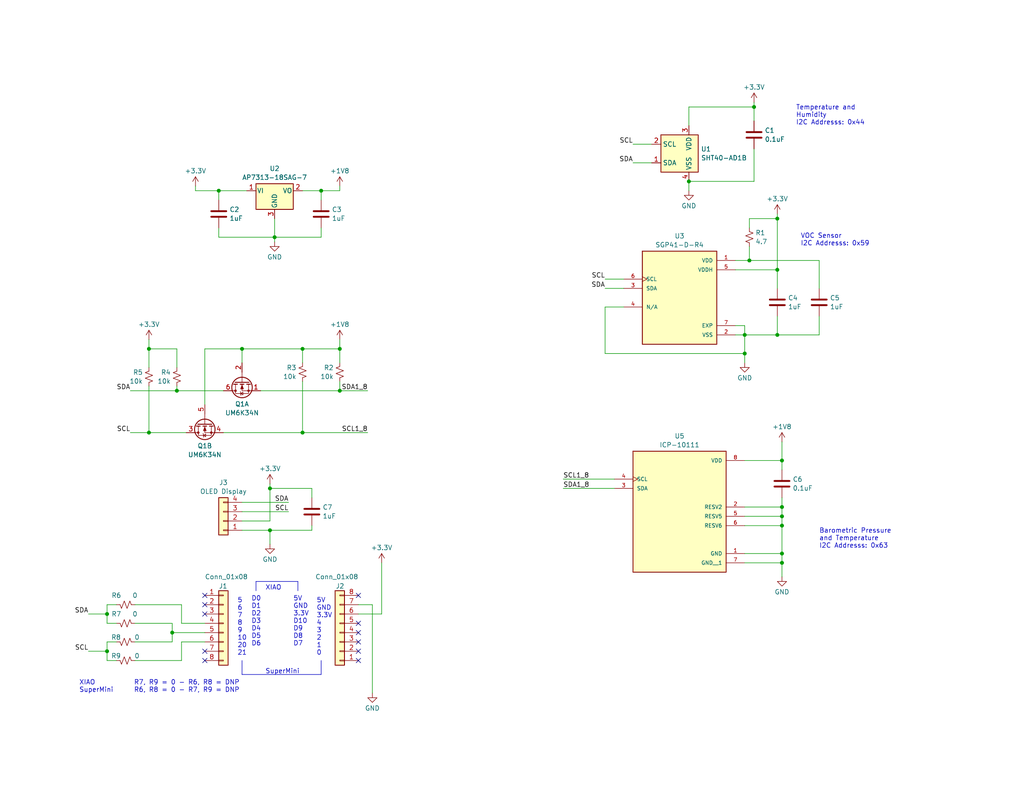
<source format=kicad_sch>
(kicad_sch (version 20230121) (generator eeschema)
  (paper "A")
  (title_block (title "SGP41 OLED Shield for ESP32-C3 SuperMini") (date "2024-11-23") (rev "V1.0") (company "RJ Hegler Technologies, LLC") (comment 1 "9192 Albion Road") (comment 2 "North Royalton, Ohio 44133") (comment 3 "440-478-1586") (comment 4 "PN 112124"))
  (lib_symbols
    (symbol "Connector_Generic:Conn_01x04" (pin_names (offset 1.016) hide)
      (property "Reference" "J" (at 0 5.08 0))
      (property "Value" "Conn_01x04" (at 0 -7.62 0))
      (symbol "Conn_01x04_1_1"
        (rectangle (start -1.27 -4.953) (end 0 -5.207) (stroke (width 0.1524)))
        (rectangle (start -1.27 -2.413) (end 0 -2.667) (stroke (width 0.1524)))
        (rectangle (start -1.27 0.127) (end 0 -0.127) (stroke (width 0.1524)))
        (rectangle (start -1.27 2.667) (end 0 2.413) (stroke (width 0.1524)))
        (rectangle (start -1.27 3.81) (end 1.27 -6.35) (stroke (width 0.254)) (fill (type background)))
        (pin passive line (at -5.08 2.54 0) (length 3.81) (name "Pin_1") (number "1"))
        (pin passive line (at -5.08 0 0) (length 3.81) (name "Pin_2") (number "2"))
        (pin passive line (at -5.08 -2.54 0) (length 3.81) (name "Pin_3") (number "3"))
        (pin passive line (at -5.08 -5.08 0) (length 3.81) (name "Pin_4") (number "4"))
      )
    )
    (symbol "Connector_Generic:Conn_01x08" (pin_names (offset 1.016) hide)
      (property "Reference" "J" (at 0 10.16 0))
      (property "Value" "Conn_01x08" (at 0 -12.7 0))
      (symbol "Conn_01x08_1_1"
        (rectangle (start -1.27 -10.033) (end 0 -10.287) (stroke (width 0.1524)))
        (rectangle (start -1.27 -7.493) (end 0 -7.747) (stroke (width 0.1524)))
        (rectangle (start -1.27 -4.953) (end 0 -5.207) (stroke (width 0.1524)))
        (rectangle (start -1.27 -2.413) (end 0 -2.667) (stroke (width 0.1524)))
        (rectangle (start -1.27 0.127) (end 0 -0.127) (stroke (width 0.1524)))
        (rectangle (start -1.27 2.667) (end 0 2.413) (stroke (width 0.1524)))
        (rectangle (start -1.27 5.207) (end 0 4.953) (stroke (width 0.1524)))
        (rectangle (start -1.27 7.747) (end 0 7.493) (stroke (width 0.1524)))
        (rectangle (start -1.27 8.89) (end 1.27 -11.43) (stroke (width 0.254)) (fill (type background)))
        (pin passive line (at -5.08 7.62 0) (length 3.81) (name "Pin_1") (number "1"))
        (pin passive line (at -5.08 5.08 0) (length 3.81) (name "Pin_2") (number "2"))
        (pin passive line (at -5.08 2.54 0) (length 3.81) (name "Pin_3") (number "3"))
        (pin passive line (at -5.08 0 0) (length 3.81) (name "Pin_4") (number "4"))
        (pin passive line (at -5.08 -2.54 0) (length 3.81) (name "Pin_5") (number "5"))
        (pin passive line (at -5.08 -5.08 0) (length 3.81) (name "Pin_6") (number "6"))
        (pin passive line (at -5.08 -7.62 0) (length 3.81) (name "Pin_7") (number "7"))
        (pin passive line (at -5.08 -10.16 0) (length 3.81) (name "Pin_8") (number "8"))
      )
    )
    (symbol "Device:C" (pin_numbers hide) (pin_names (offset 0.254))
      (property "Reference" "C" (at 0.635 2.54 0))
      (property "Value" "C" (at 0.635 -2.54 0))
      (symbol "C_0_1"
        (polyline (pts (xy -2.032 -0.762) (xy 2.032 -0.762)) (stroke (width 0.508)))
        (polyline (pts (xy -2.032 0.762) (xy 2.032 0.762)) (stroke (width 0.508)))
      )
      (symbol "C_1_1"
        (pin passive line (at 0 3.81 270) (length 2.794) (name "~") (number "1"))
        (pin passive line (at 0 -3.81 90) (length 2.794) (name "~") (number "2"))
      )
    )
    (symbol "Device:Q_Dual_NMOS_G1S2G2D2S1D1" (pin_names (offset 0) hide)
      (property "Reference" "Q1" (at 5.207 1.2121 0))
      (property "Value" "UM6K34N" (at 5.207 -1.2121 0))
      (symbol "Q_Dual_NMOS_G1S2G2D2S1D1_0_1"
        (polyline (pts (xy 0.254 0) (xy -2.54 0)))
        (polyline (pts (xy 0.254 1.905) (xy 0.254 -1.905)) (stroke (width 0.254)))
        (polyline (pts (xy 0.762 -1.27) (xy 0.762 -2.286)) (stroke (width 0.254)))
        (polyline (pts (xy 0.762 0.508) (xy 0.762 -0.508)) (stroke (width 0.254)))
        (polyline (pts (xy 0.762 2.286) (xy 0.762 1.27)) (stroke (width 0.254)))
        (polyline (pts (xy 2.54 2.54) (xy 2.54 1.778)))
        (polyline (pts (xy 2.54 -2.54) (xy 2.54 0) (xy 0.762 0)))
        (polyline (pts (xy 0.762 -1.778) (xy 3.302 -1.778) (xy 3.302 1.778) (xy 0.762 1.778)))
        (polyline (pts (xy 1.016 0) (xy 2.032 0.381) (xy 2.032 -0.381) (xy 1.016 0)) (fill (type outline)))
        (polyline (pts (xy 2.794 0.508) (xy 2.921 0.381) (xy 3.683 0.381) (xy 3.81 0.254)))
        (polyline (pts (xy 3.302 0.381) (xy 2.921 -0.254) (xy 3.683 -0.254) (xy 3.302 0.381)))
        (circle (center 1.651 0) (radius 2.794) (stroke (width 0.254)))
        (circle (center 2.54 -1.778) (radius 0.254) (fill (type outline)))
        (circle (center 2.54 1.778) (radius 0.254) (fill (type outline)))
      )
      (symbol "Q_Dual_NMOS_G1S2G2D2S1D1_1_1"
        (pin passive line (at 2.54 -5.08 90) (length 2.54) (name "S") (number "1"))
        (pin input line (at -5.08 0 0) (length 2.54) (name "G") (number "2"))
        (pin passive line (at 2.54 5.08 270) (length 2.54) (name "D") (number "6"))
      )
      (symbol "Q_Dual_NMOS_G1S2G2D2S1D1_2_1"
        (pin passive line (at 2.54 5.08 270) (length 2.54) (name "D") (number "3"))
        (pin passive line (at 2.54 -5.08 90) (length 2.54) (name "S") (number "4"))
        (pin input line (at -5.08 0 0) (length 2.54) (name "G") (number "5"))
      )
    )
    (symbol "Device:R_Small_US" (pin_numbers hide) (pin_names (offset 0.254) hide)
      (property "Reference" "R" (at 0.762 0.508 0))
      (property "Value" "R_Small_US" (at 0.762 -1.016 0))
      (symbol "R_Small_US_1_1"
        (polyline (pts (xy 0 0) (xy 1.016 -0.381) (xy 0 -0.762) (xy -1.016 -1.143) (xy 0 -1.524)))
        (polyline (pts (xy 0 1.524) (xy 1.016 1.143) (xy 0 0.762) (xy -1.016 0.381) (xy 0 0)))
        (pin passive line (at 0 2.54 270) (length 1.016) (name "~") (number "1"))
        (pin passive line (at 0 -2.54 90) (length 1.016) (name "~") (number "2"))
      )
    )
    (symbol "ICP-10111[1]:ICP-10111" (pin_names (offset 1.016))
      (property "Reference" "U" (at -12.7245 15.9056 0))
      (property "Value" "ICP-10111" (at -12.7275 -20.3586 0))
      (symbol "ICP-10111_0_0"
        (rectangle (start -12.7 -17.78) (end 12.7 15.24) (stroke (width 0.254)) (fill (type background)))
        (pin power_in line (at 17.78 -12.7 180) (length 5.08) (name "GND") (number "1"))
        (pin passive line (at 17.78 0 180) (length 5.08) (name "RESV2") (number "2"))
        (pin bidirectional line (at -17.78 5.08 0) (length 5.08) (name "SDA") (number "3"))
        (pin input clock (at -17.78 7.62 0) (length 5.08) (name "SCL") (number "4"))
        (pin passive line (at 17.78 -2.54 180) (length 5.08) (name "RESV5") (number "5"))
        (pin passive line (at 17.78 -5.08 180) (length 5.08) (name "RESV6") (number "6"))
        (pin power_in line (at 17.78 -15.24 180) (length 5.08) (name "GND__1") (number "7"))
        (pin power_in line (at 17.78 12.7 180) (length 5.08) (name "VDD") (number "8"))
      )
    )
    (symbol "Q_Dual_NMOS_G1S2G2D2S1D1_1" (pin_names (offset 0) hide)
      (property "Reference" "Q1" (at 5.207 1.2121 0))
      (property "Value" "UM6K34N" (at 5.207 -1.2121 0))
      (symbol "Q_Dual_NMOS_G1S2G2D2S1D1_1_0_1"
        (polyline (pts (xy 0.254 0) (xy -2.54 0)))
        (polyline (pts (xy 0.254 1.905) (xy 0.254 -1.905)) (stroke (width 0.254)))
        (polyline (pts (xy 0.762 -1.27) (xy 0.762 -2.286)) (stroke (width 0.254)))
        (polyline (pts (xy 0.762 0.508) (xy 0.762 -0.508)) (stroke (width 0.254)))
        (polyline (pts (xy 0.762 2.286) (xy 0.762 1.27)) (stroke (width 0.254)))
        (polyline (pts (xy 2.54 2.54) (xy 2.54 1.778)))
        (polyline (pts (xy 2.54 -2.54) (xy 2.54 0) (xy 0.762 0)))
        (polyline (pts (xy 0.762 -1.778) (xy 3.302 -1.778) (xy 3.302 1.778) (xy 0.762 1.778)))
        (polyline (pts (xy 1.016 0) (xy 2.032 0.381) (xy 2.032 -0.381) (xy 1.016 0)) (fill (type outline)))
        (polyline (pts (xy 2.794 0.508) (xy 2.921 0.381) (xy 3.683 0.381) (xy 3.81 0.254)))
        (polyline (pts (xy 3.302 0.381) (xy 2.921 -0.254) (xy 3.683 -0.254) (xy 3.302 0.381)))
        (circle (center 1.651 0) (radius 2.794) (stroke (width 0.254)))
        (circle (center 2.54 -1.778) (radius 0.254) (fill (type outline)))
        (circle (center 2.54 1.778) (radius 0.254) (fill (type outline)))
      )
      (symbol "Q_Dual_NMOS_G1S2G2D2S1D1_1_1_1"
        (pin passive line (at 2.54 -5.08 90) (length 2.54) (name "S") (number "1"))
        (pin input line (at -5.08 0 0) (length 2.54) (name "G") (number "2"))
        (pin passive line (at 2.54 5.08 270) (length 2.54) (name "D") (number "6"))
      )
      (symbol "Q_Dual_NMOS_G1S2G2D2S1D1_1_2_1"
        (pin passive line (at 2.54 5.08 270) (length 2.54) (name "D") (number "3"))
        (pin passive line (at 2.54 -5.08 90) (length 2.54) (name "S") (number "4"))
        (pin input line (at -5.08 0 0) (length 2.54) (name "G") (number "5"))
      )
    )
    (symbol "RJH_Library:SGP40-D-R4" (pin_names (offset 1.016))
      (property "Reference" "U" (at -10.16 13.462 0))
      (property "Value" "SGP40-D-R4" (at -10.16 -15.24 0))
      (symbol "SGP40-D-R4_0_0"
        (rectangle (start -10.16 -12.7) (end 10.16 12.7) (stroke (width 0.254)) (fill (type background)))
        (pin power_in line (at 15.24 10.16 180) (length 5.08) (name "VDD") (number "1"))
        (pin power_in line (at 15.24 -10.16 180) (length 5.08) (name "VSS") (number "2"))
        (pin bidirectional line (at -15.24 2.54 0) (length 5.08) (name "SDA") (number "3"))
        (pin passive line (at -15.24 -2.54 0) (length 5.08) (name "N/A") (number "4"))
        (pin power_in line (at 15.24 7.62 180) (length 5.08) (name "VDDH") (number "5"))
        (pin bidirectional clock (at -15.24 5.08 0) (length 5.08) (name "SCL") (number "6"))
        (pin power_in line (at 15.24 -7.62 180) (length 5.08) (name "EXP") (number "7"))
      )
    )
    (symbol "Regulator_Linear:APE8865NR-28-HF-3" (pin_names (offset 0.254))
      (property "Reference" "U" (at -3.81 3.175 0))
      (property "Value" "APE8865NR-28-HF-3" (at 0 3.175 0))
      (symbol "APE8865NR-28-HF-3_0_1"
        (rectangle (start -5.08 1.905) (end 5.08 -5.08) (stroke (width 0.254)) (fill (type background)))
      )
      (symbol "APE8865NR-28-HF-3_1_1"
        (pin power_in line (at -7.62 0 0) (length 2.54) (name "VI") (number "1"))
        (pin power_out line (at 7.62 0 180) (length 2.54) (name "VO") (number "2"))
        (pin power_in line (at 0 -7.62 90) (length 2.54) (name "GND") (number "3"))
      )
    )
    (symbol "Sensor_Humidity:SHT4x"
      (property "Reference" "U" (at 0 8.89 0))
      (property "Value" "SHT4x" (at 0 6.35 0))
      (symbol "SHT4x_1_1"
        (rectangle (start -5.08 5.08) (end 5.08 -5.08) (stroke (width 0.254)) (fill (type background)))
        (pin bidirectional line (at -7.62 -2.54 0) (length 2.54) (name "SDA") (number "1"))
        (pin input line (at -7.62 2.54 0) (length 2.54) (name "SCL") (number "2"))
        (pin power_in line (at 2.54 7.62 270) (length 2.54) (name "VDD") (number "3"))
        (pin power_in line (at 2.54 -7.62 90) (length 2.54) (name "VSS") (number "4"))
      )
    )
    (symbol "power:+1V8" (power) (pin_names (offset 0))
      (property "Value" "+1V8" (at 0 3.556 0))
      (symbol "+1V8_0_1"
        (polyline (pts (xy -0.762 1.27) (xy 0 2.54)))
        (polyline (pts (xy 0 0) (xy 0 2.54)))
        (polyline (pts (xy 0 2.54) (xy 0.762 1.27)))
      )
      (symbol "+1V8_1_1"
        (pin power_in line (at 0 0 90) (length 0) hide (name "+1V8") (number "1"))
      )
    )
    (symbol "power:+3.3V" (power) (pin_names (offset 0))
      (property "Value" "+3.3V" (at 0 3.556 0))
      (symbol "+3.3V_0_1"
        (polyline (pts (xy -0.762 1.27) (xy 0 2.54)))
        (polyline (pts (xy 0 0) (xy 0 2.54)))
        (polyline (pts (xy 0 2.54) (xy 0.762 1.27)))
      )
      (symbol "+3.3V_1_1"
        (pin power_in line (at 0 0 90) (length 0) hide (name "+3.3V") (number "1"))
      )
    )
    (symbol "power:GND" (power) (pin_names (offset 0))
      (property "Value" "GND" (at 0 -3.81 0))
      (symbol "GND_0_1"
        (polyline (pts (xy 0 0) (xy 0 -1.27) (xy 1.27 -1.27) (xy 0 -2.54) (xy -1.27 -1.27) (xy 0 -1.27)))
      )
      (symbol "GND_1_1"
        (pin power_in line (at 0 0 270) (length 0) hide (name "GND") (number "1"))
      )
    )
  )
  (junction (at 82.55 118.11))
  (junction (at 73.66 133.35))
  (junction (at 212.09 73.66))
  (junction (at 46.99 172.72))
  (junction (at 203.2 96.52))
  (junction (at 204.47 71.12))
  (junction (at 205.74 29.21))
  (junction (at 203.2 91.44))
  (junction (at 66.04 95.25))
  (junction (at 92.71 95.25))
  (junction (at 82.55 95.25))
  (junction (at 74.93 64.77))
  (junction (at 40.64 95.25))
  (junction (at 48.26 106.68))
  (junction (at 87.63 52.07))
  (junction (at 213.36 151.13))
  (junction (at 59.69 52.07))
  (junction (at 187.96 49.53))
  (junction (at 212.09 91.44))
  (junction (at 213.36 140.97))
  (junction (at 213.36 143.51))
  (junction (at 212.09 59.69))
  (junction (at 213.36 153.67))
  (junction (at 29.21 167.64))
  (junction (at 213.36 138.43))
  (junction (at 29.21 177.8))
  (junction (at 213.36 125.73))
  (junction (at 73.66 144.78))
  (junction (at 40.64 118.11))
  (junction (at 92.71 106.68))
  (no_connect (at 55.88 162.56))
  (no_connect (at 97.79 177.8))
  (no_connect (at 55.88 165.1))
  (no_connect (at 97.79 180.34))
  (no_connect (at 97.79 162.56))
  (no_connect (at 97.79 170.18))
  (no_connect (at 55.88 167.64))
  (no_connect (at 55.88 180.34))
  (no_connect (at 55.88 177.8))
  (no_connect (at 97.79 175.26))
  (no_connect (at 97.79 172.72))
  (wire (pts (xy 187.96 29.21) (xy 205.74 29.21)))
  (wire (pts (xy 48.26 100.33) (xy 48.26 95.25)))
  (wire (pts (xy 177.8 39.37) (xy 172.72 39.37)))
  (wire (pts (xy 203.2 138.43) (xy 213.36 138.43)))
  (wire (pts (xy 40.64 95.25) (xy 40.64 92.71)))
  (wire (pts (xy 66.04 144.78) (xy 73.66 144.78)))
  (wire (pts (xy 66.04 142.24) (xy 73.66 142.24)))
  (polyline (pts (xy 69.85 158.75) (xy 81.28 158.75)))
  (wire (pts (xy 200.66 88.9) (xy 203.2 88.9)))
  (wire (pts (xy 203.2 151.13) (xy 213.36 151.13)))
  (wire (pts (xy 170.18 78.74) (xy 165.1 78.74)))
  (wire (pts (xy 170.18 83.82) (xy 165.1 83.82)))
  (wire (pts (xy 213.36 135.89) (xy 213.36 138.43)))
  (wire (pts (xy 203.2 153.67) (xy 213.36 153.67)))
  (wire (pts (xy 187.96 34.29) (xy 187.96 29.21)))
  (wire (pts (xy 204.47 59.69) (xy 212.09 59.69)))
  (wire (pts (xy 213.36 138.43) (xy 213.36 140.97)))
  (wire (pts (xy 203.2 91.44) (xy 212.09 91.44)))
  (wire (pts (xy 97.79 165.1) (xy 101.6 165.1)))
  (polyline (pts (xy 69.85 161.29) (xy 69.85 158.75)))
  (wire (pts (xy 92.71 95.25) (xy 92.71 99.06)))
  (wire (pts (xy 29.21 165.1) (xy 29.21 167.64)))
  (wire (pts (xy 92.71 52.07) (xy 87.63 52.07)))
  (polyline (pts (xy 81.28 158.75) (xy 81.28 161.29)))
  (wire (pts (xy 31.75 175.26) (xy 29.21 175.26)))
  (wire (pts (xy 177.8 44.45) (xy 172.72 44.45)))
  (wire (pts (xy 223.52 71.12) (xy 223.52 78.74)))
  (wire (pts (xy 59.69 64.77) (xy 74.93 64.77)))
  (wire (pts (xy 92.71 104.14) (xy 92.71 106.68)))
  (wire (pts (xy 29.21 175.26) (xy 29.21 177.8)))
  (wire (pts (xy 31.75 170.18) (xy 29.21 170.18)))
  (wire (pts (xy 100.33 118.11) (xy 82.55 118.11)))
  (wire (pts (xy 213.36 153.67) (xy 213.36 157.48)))
  (wire (pts (xy 82.55 118.11) (xy 60.96 118.11)))
  (wire (pts (xy 170.18 76.2) (xy 165.1 76.2)))
  (wire (pts (xy 49.53 170.18) (xy 49.53 165.1)))
  (wire (pts (xy 74.93 64.77) (xy 74.93 66.04)))
  (wire (pts (xy 204.47 71.12) (xy 204.47 67.31)))
  (wire (pts (xy 36.83 180.34) (xy 49.53 180.34)))
  (wire (pts (xy 40.64 118.11) (xy 40.64 105.41)))
  (wire (pts (xy 59.69 52.07) (xy 53.34 52.07)))
  (wire (pts (xy 59.69 62.23) (xy 59.69 64.77)))
  (wire (pts (xy 49.53 180.34) (xy 49.53 175.26)))
  (wire (pts (xy 31.75 180.34) (xy 29.21 180.34)))
  (wire (pts (xy 59.69 52.07) (xy 59.69 54.61)))
  (wire (pts (xy 165.1 83.82) (xy 165.1 96.52)))
  (wire (pts (xy 82.55 104.14) (xy 82.55 118.11)))
  (wire (pts (xy 36.83 175.26) (xy 46.99 175.26)))
  (wire (pts (xy 104.14 153.67) (xy 104.14 167.64)))
  (wire (pts (xy 200.66 71.12) (xy 204.47 71.12)))
  (wire (pts (xy 66.04 99.06) (xy 66.04 95.25)))
  (wire (pts (xy 203.2 140.97) (xy 213.36 140.97)))
  (wire (pts (xy 100.33 106.68) (xy 92.71 106.68)))
  (wire (pts (xy 82.55 95.25) (xy 82.55 99.06)))
  (wire (pts (xy 82.55 52.07) (xy 87.63 52.07)))
  (wire (pts (xy 40.64 95.25) (xy 40.64 100.33)))
  (wire (pts (xy 187.96 49.53) (xy 205.74 49.53)))
  (wire (pts (xy 165.1 96.52) (xy 203.2 96.52)))
  (wire (pts (xy 204.47 71.12) (xy 223.52 71.12)))
  (wire (pts (xy 66.04 139.7) (xy 78.74 139.7)))
  (wire (pts (xy 200.66 91.44) (xy 203.2 91.44)))
  (wire (pts (xy 66.04 137.16) (xy 78.74 137.16)))
  (wire (pts (xy 187.96 49.53) (xy 187.96 52.07)))
  (wire (pts (xy 213.36 120.65) (xy 213.36 125.73)))
  (wire (pts (xy 49.53 175.26) (xy 55.88 175.26)))
  (wire (pts (xy 212.09 58.42) (xy 212.09 59.69)))
  (wire (pts (xy 55.88 170.18) (xy 49.53 170.18)))
  (wire (pts (xy 212.09 91.44) (xy 223.52 91.44)))
  (wire (pts (xy 223.52 91.44) (xy 223.52 86.36)))
  (wire (pts (xy 200.66 73.66) (xy 212.09 73.66)))
  (wire (pts (xy 74.93 64.77) (xy 87.63 64.77)))
  (wire (pts (xy 85.09 144.78) (xy 85.09 143.51)))
  (wire (pts (xy 73.66 133.35) (xy 85.09 133.35)))
  (wire (pts (xy 92.71 50.8) (xy 92.71 52.07)))
  (wire (pts (xy 49.53 165.1) (xy 36.83 165.1)))
  (polyline (pts (xy 66.04 180.34) (xy 66.04 184.15)))
  (wire (pts (xy 40.64 118.11) (xy 35.56 118.11)))
  (wire (pts (xy 213.36 143.51) (xy 213.36 151.13)))
  (wire (pts (xy 203.2 88.9) (xy 203.2 91.44)))
  (wire (pts (xy 87.63 52.07) (xy 87.63 54.61)))
  (wire (pts (xy 212.09 91.44) (xy 212.09 86.36)))
  (wire (pts (xy 66.04 95.25) (xy 55.88 95.25)))
  (wire (pts (xy 82.55 95.25) (xy 66.04 95.25)))
  (wire (pts (xy 205.74 29.21) (xy 205.74 33.02)))
  (wire (pts (xy 203.2 96.52) (xy 203.2 99.06)))
  (wire (pts (xy 213.36 151.13) (xy 213.36 153.67)))
  (wire (pts (xy 204.47 62.23) (xy 204.47 59.69)))
  (wire (pts (xy 46.99 172.72) (xy 55.88 172.72)))
  (wire (pts (xy 85.09 144.78) (xy 73.66 144.78)))
  (wire (pts (xy 153.67 130.81) (xy 167.64 130.81)))
  (polyline (pts (xy 66.04 184.15) (xy 87.63 184.15)))
  (wire (pts (xy 48.26 106.68) (xy 35.56 106.68)))
  (wire (pts (xy 205.74 49.53) (xy 205.74 40.64)))
  (wire (pts (xy 50.8 118.11) (xy 40.64 118.11)))
  (wire (pts (xy 213.36 125.73) (xy 213.36 128.27)))
  (wire (pts (xy 92.71 92.71) (xy 92.71 95.25)))
  (wire (pts (xy 153.67 133.35) (xy 167.64 133.35)))
  (wire (pts (xy 73.66 133.35) (xy 73.66 132.08)))
  (wire (pts (xy 73.66 142.24) (xy 73.66 133.35)))
  (wire (pts (xy 29.21 177.8) (xy 24.13 177.8)))
  (wire (pts (xy 67.31 52.07) (xy 59.69 52.07)))
  (wire (pts (xy 55.88 95.25) (xy 55.88 110.49)))
  (polyline (pts (xy 87.63 180.34) (xy 87.63 184.15)))
  (wire (pts (xy 48.26 106.68) (xy 48.26 105.41)))
  (wire (pts (xy 212.09 59.69) (xy 212.09 73.66)))
  (wire (pts (xy 31.75 165.1) (xy 29.21 165.1)))
  (wire (pts (xy 74.93 59.69) (xy 74.93 64.77)))
  (wire (pts (xy 29.21 167.64) (xy 24.13 167.64)))
  (wire (pts (xy 92.71 95.25) (xy 82.55 95.25)))
  (wire (pts (xy 29.21 170.18) (xy 29.21 167.64)))
  (wire (pts (xy 46.99 175.26) (xy 46.99 172.72)))
  (wire (pts (xy 203.2 125.73) (xy 213.36 125.73)))
  (wire (pts (xy 53.34 52.07) (xy 53.34 50.8)))
  (wire (pts (xy 92.71 106.68) (xy 71.12 106.68)))
  (wire (pts (xy 36.83 170.18) (xy 46.99 170.18)))
  (wire (pts (xy 85.09 135.89) (xy 85.09 133.35)))
  (wire (pts (xy 101.6 165.1) (xy 101.6 189.23)))
  (wire (pts (xy 212.09 73.66) (xy 212.09 78.74)))
  (wire (pts (xy 29.21 180.34) (xy 29.21 177.8)))
  (wire (pts (xy 48.26 95.25) (xy 40.64 95.25)))
  (wire (pts (xy 73.66 144.78) (xy 73.66 148.59)))
  (wire (pts (xy 97.79 167.64) (xy 104.14 167.64)))
  (wire (pts (xy 46.99 170.18) (xy 46.99 172.72)))
  (wire (pts (xy 203.2 143.51) (xy 213.36 143.51)))
  (wire (pts (xy 60.96 106.68) (xy 48.26 106.68)))
  (wire (pts (xy 87.63 62.23) (xy 87.63 64.77)))
  (wire (pts (xy 205.74 27.94) (xy 205.74 29.21)))
  (wire (pts (xy 203.2 96.52) (xy 203.2 91.44)))
  (wire (pts (xy 213.36 140.97) (xy 213.36 143.51)))
  (text "XIAO		R7, R9 = 0 - R6, R8 = DNP\nSuperMini	R6, R8 = 0 - R7, R9 = DNP" (at 21.59 189.23 0) (effects (font (size 1.27 1.27)) (justify left bottom)))
  (text "5V\nGND\n3.3V\nD10\nD9\nD8\nD7\n" (at 80.01 176.53 0) (effects (font (size 1.27 1.27)) (justify left bottom)))
  (text "D0\nD1\nD2\nD3\nD4\nD5\nD6" (at 68.58 176.53 0) (effects (font (size 1.27 1.27)) (justify left bottom)))
  (text "XIAO" (at 72.39 161.29 0) (effects (font (size 1.27 1.27)) (justify left bottom)))
  (text "Barometric Pressure \nand Temperature\nI2C Addresss: 0x63" (at 223.52 149.86 0) (effects (font (size 1.27 1.27)) (justify left bottom)))
  (text "SuperMini" (at 72.39 184.15 0) (effects (font (size 1.27 1.27)) (justify left bottom)))
  (text "5V\nGND\n3.3V\n4\n3\n2\n1\n0" (at 86.36 179.07 0) (effects (font (size 1.27 1.27)) (justify left bottom)))
  (text "5\n6\n7\n8\n9\n10\n20\n21" (at 64.77 179.07 0) (effects (font (size 1.27 1.27)) (justify left bottom)))
  (text "VOC Sensor\nI2C Addresss: 0x59" (at 218.44 67.31 0) (effects (font (size 1.27 1.27)) (justify left bottom)))
  (text "Temperature and \nHumidity\nI2C Addresss: 0x44" (at 217.17 34.29 0) (effects (font (size 1.27 1.27)) (justify left bottom)))
  (label "SDA1_8" (at 153.67 133.35 0))
  (label "SCL" (at 165.1 76.2 180))
  (label "SDA" (at 78.74 137.16 180))
  (label "SCL" (at 35.56 118.11 180))
  (label "SDA" (at 172.72 44.45 180))
  (label "SCL" (at 172.72 39.37 180))
  (label "SDA1_8" (at 100.33 106.68 180))
  (label "SCL1_8" (at 100.33 118.11 180))
  (label "SCL1_8" (at 153.67 130.81 0))
  (label "SDA" (at 24.13 167.64 180))
  (label "SDA" (at 165.1 78.74 180))
  (label "SCL" (at 24.13 177.8 180))
  (label "SCL" (at 78.74 139.7 180))
  (label "SDA" (at 35.56 106.68 180))
  (symbol (lib_id "power:+3.3V") (at 53.34 50.8 0) (unit 1)
    (property "Reference" "#PWR02" (effects hide))
    (property "Value" "+3.3V" (at 53.34 46.6669 0))
  )
  (symbol (lib_id "Device:Q_Dual_NMOS_G1S2G2D2S1D1") (at 66.04 104.14 90) (mirror x) (unit 1)
    (property "Reference" "Q1" (at 66.04 110.3051 90))
    (property "Value" "UM6K34N" (at 66.04 112.7293 90))
    (property "Footprint" "Package_TO_SOT_SMD:SOT-363_SC-70-6" (effects hide))
    (property "Datasheet" "https://fscdn.rohm.com/en/products/databook/datasheet/discrete/transistor/mosfet/um6k34ntcn-e.pdf" (effects hide))
    (property "Manufacturer_Name" "Rohm" (effects hide))
    (property "Manufacturer_Part_Number" "UM6K34N" (effects hide))
    (property "JLC Pricing" "0.0924" (effects hide))
    (property "Comment" "UM6K34N" (effects hide))
    (property "Designator" "    Q1" (effects hide))
    (property "LCSC Part Number" "C510056" (effects hide))
  )
  (symbol (lib_id "Device:R_Small_US") (at 40.64 102.87 0) (mirror y) (unit 1)
    (property "Reference" "R5" (at 38.989 101.6579 0) (effects (justify left)))
    (property "Value" "10k" (at 38.989 104.0821 0) (effects (justify left)))
    (property "Footprint" "Resistor_SMD:R_0603_1608Metric" (effects hide))
    (property "Manufacturer_Name" "Vishay Intertech" (effects hide))
    (property "Manufacturer_Part_Number" "MCT06030C1002FP500" (effects hide))
    (property "JLC Pricing" "0.0157" (effects hide))
    (property "Comment" "10k" (effects hide))
    (property "Designator" ">  R2-R5" (effects hide))
    (property "LCSC Part Number" "C161803" (effects hide))
  )
  (symbol (lib_id "power:GND") (at 203.2 99.06 0) (unit 1)
    (property "Reference" "#PWR09" (effects hide))
    (property "Value" "GND" (at 203.2 103.1931 0))
  )
  (symbol (lib_id "Device:C") (at 59.69 58.42 0) (unit 1)
    (property "Reference" "C2" (at 62.611 57.2079 0) (effects (justify left)))
    (property "Value" "1uF" (at 62.611 59.6321 0) (effects (justify left)))
    (property "Footprint" "Capacitor_SMD:C_0603_1608Metric" (effects hide))
    (property "JLC Pricing" "0.0143" (effects hide))
    (property "Manufacturer_Name" "TDK" (effects hide))
    (property "Manufacturer_Part_Number" "C1608X5R1A105KT000E" (effects hide))
    (property "Comment" "1uF" (effects hide))
    (property "Designator" ">  C2-C5" (effects hide))
    (property "LCSC Part Number" "C695137" (effects hide))
  )
  (symbol (lib_id "power:+1V8") (at 213.36 120.65 0) (unit 1)
    (property "Reference" "#PWR010" (effects hide))
    (property "Value" "+1V8" (at 213.36 116.5169 0))
  )
  (symbol (lib_id "Sensor_Humidity:SHT4x") (at 185.42 41.91 0) (unit 1)
    (property "Reference" "U1" (at 191.262 40.6979 0) (effects (justify left)))
    (property "Value" "SHT40-AD1B" (at 191.262 43.1221 0) (effects (justify left)))
    (property "Footprint" "Sensor_Humidity:Sensirion_DFN-4_1.5x1.5mm_P0.8mm_SHT4x_NoCentralPad" (effects hide))
    (property "Datasheet" "https://mm.digikey.com/Volume0/opasdata/d220001/medias/docus/6223/SHT4x.pdf?_gl=1*17tqm4q*_up*MQ..&gclid=CjwKCAiAibeuBhAAEiwAiXBoJGig1rT1rImDaCDZHXEVJOrUZDF5Vwsqf3gh8xSTA7JVKv3BHQFIDRoCvY8QAvD_BwE" (effects hide))
    (property "Manufacturer_Part_Number" "SHT40-AD1B-R3" (effects hide))
    (property "JLC Pricing" "1.6267" (effects hide))
    (property "Manufacturer_Name" "Sensirion Ag" (effects hide))
    (property "Comment" "SHT40-AD1B" (effects hide))
    (property "Designator" "    U1" (effects hide))
    (property "LCSC Part Number" "C2848306" (effects hide))
  )
  (symbol (lib_id "Connector_Generic:Conn_01x04") (at 60.96 142.24 180) (unit 1)
    (property "Reference" "J3" (at 60.96 131.7457 0))
    (property "Value" "OLED Display" (at 60.96 134.1699 0))
    (property "Footprint" "Connector_PinSocket_2.54mm:PinSocket_1x04_P2.54mm_Vertical" (effects hide))
  )
  (symbol (lib_id "power:GND") (at 73.66 148.59 0) (unit 1)
    (property "Reference" "#PWR015" (effects hide))
    (property "Value" "GND" (at 73.66 152.7231 0))
  )
  (symbol (lib_id "Device:R_Small_US") (at 34.29 175.26 90) (mirror x) (unit 1)
    (property "Reference" "R8" (at 33.02 173.99 90) (effects (justify left)))
    (property "Value" "0" (at 38.1 173.99 90) (effects (justify left)))
    (property "Footprint" "Resistor_SMD:R_0603_1608Metric" (effects hide))
    (property "Manufacturer_Name" "Vishay Intertech" (effects hide))
    (property "Manufacturer_Part_Number" "CRCW06030000Z0EA" (effects hide))
    (property "JLC Pricing" ".008" (effects hide))
    (property "Comment" "0" (effects hide))
    (property "Designator" ">  R2-R5" (effects hide))
    (property "LCSC Part Number" "C161803" (effects hide))
  )
  (symbol (lib_id "Device:R_Small_US") (at 204.47 64.77 0) (unit 1)
    (property "Reference" "R1" (at 206.121 63.5579 0) (effects (justify left)))
    (property "Value" "4.7" (at 206.121 65.9821 0) (effects (justify left)))
    (property "Footprint" "Resistor_SMD:R_0603_1608Metric" (effects hide))
    (property "Manufacturer_Name" "Vishay Intertech" (effects hide))
    (property "Manufacturer_Part_Number" "CRCW06034R70FKEAHP" (effects hide))
    (property "JLC Pricing" "0.0857" (effects hide))
    (property "Comment" "4.7" (effects hide))
    (property "Designator" "    R1" (effects hide))
    (property "LCSC Part Number" "C313771" (effects hide))
  )
  (symbol (lib_id "power:GND") (at 213.36 157.48 0) (unit 1)
    (property "Reference" "#PWR012" (effects hide))
    (property "Value" "GND" (at 213.36 161.6131 0))
  )
  (symbol (lib_id "Device:C") (at 205.74 36.83 0) (unit 1)
    (property "Reference" "C1" (at 208.661 35.6179 0) (effects (justify left)))
    (property "Value" "0.1uF" (at 208.661 38.0421 0) (effects (justify left)))
    (property "Footprint" "Capacitor_SMD:C_0603_1608Metric" (effects hide))
    (property "JLC Pricing" "0.0286" (effects hide))
    (property "Manufacturer_Name" "Murata Electronics" (effects hide))
    (property "Manufacturer_Part_Number" "GCM188R71H104JA57D" (effects hide))
    (property "Comment" "0.1uF" (effects hide))
    (property "Designator" ">  C1, C6" (effects hide))
    (property "LCSC Part Number" "C327087" (effects hide))
  )
  (symbol (lib_id "Device:R_Small_US") (at 92.71 101.6 0) (mirror y) (unit 1)
    (property "Reference" "R2" (at 91.059 100.3879 0) (effects (justify left)))
    (property "Value" "10k" (at 91.059 102.8121 0) (effects (justify left)))
    (property "Footprint" "Resistor_SMD:R_0603_1608Metric" (effects hide))
    (property "Manufacturer_Name" "Vishay Intertech" (effects hide))
    (property "Manufacturer_Part_Number" "MCT06030C1002FP500" (effects hide))
    (property "JLC Pricing" "0.0157" (effects hide))
    (property "Comment" "10k" (effects hide))
    (property "Designator" ">  R2-R5" (effects hide))
    (property "LCSC Part Number" "C161803" (effects hide))
  )
  (symbol (lib_id "Device:C") (at 212.09 82.55 0) (unit 1)
    (property "Reference" "C4" (at 215.011 81.3379 0) (effects (justify left)))
    (property "Value" "1uF" (at 215.011 83.7621 0) (effects (justify left)))
    (property "Footprint" "Capacitor_SMD:C_0603_1608Metric" (effects hide))
    (property "JLC Pricing" "0.0143" (effects hide))
    (property "Manufacturer_Name" "TDK" (effects hide))
    (property "Manufacturer_Part_Number" "C1608X5R1A105KT000E" (effects hide))
    (property "Comment" "1uF" (effects hide))
    (property "Designator" ">  C2-C5" (effects hide))
    (property "LCSC Part Number" "C695137" (effects hide))
  )
  (symbol (lib_id "Device:R_Small_US") (at 48.26 102.87 0) (mirror y) (unit 1)
    (property "Reference" "R4" (at 46.609 101.6579 0) (effects (justify left)))
    (property "Value" "10k" (at 46.609 104.0821 0) (effects (justify left)))
    (property "Footprint" "Resistor_SMD:R_0603_1608Metric" (effects hide))
    (property "Manufacturer_Name" "Vishay Intertech" (effects hide))
    (property "Manufacturer_Part_Number" "MCT06030C1002FP500" (effects hide))
    (property "JLC Pricing" "0.0157" (effects hide))
    (property "Comment" "10k" (effects hide))
    (property "Designator" ">  R2-R5" (effects hide))
    (property "LCSC Part Number" "C161803" (effects hide))
  )
  (symbol (lib_id "Device:R_Small_US") (at 34.29 165.1 90) (mirror x) (unit 1)
    (property "Reference" "R6" (at 31.75 162.56 90))
    (property "Value" "0" (at 36.83 162.56 90))
    (property "Footprint" "Resistor_SMD:R_0603_1608Metric" (effects hide))
    (property "Manufacturer_Name" "Vishay " (effects hide))
    (property "Manufacturer_Part_Number" "CRCW06030000Z0EA" (effects hide))
    (property "JLC Pricing" ".008" (effects hide))
    (property "Comment" "0" (effects hide))
    (property "Designator" ">  R2-R5" (effects hide))
    (property "LCSC Part Number" "C161803" (effects hide))
  )
  (symbol (lib_id "Device:C") (at 87.63 58.42 0) (unit 1)
    (property "Reference" "C3" (at 90.551 57.2079 0) (effects (justify left)))
    (property "Value" "1uF" (at 90.551 59.6321 0) (effects (justify left)))
    (property "Footprint" "Capacitor_SMD:C_0603_1608Metric" (effects hide))
    (property "JLC Pricing" "0.0143" (effects hide))
    (property "Manufacturer_Name" "TDK" (effects hide))
    (property "Manufacturer_Part_Number" "C1608X5R1A105KT000E" (effects hide))
    (property "Comment" "1uF" (effects hide))
    (property "Designator" ">  C2-C5" (effects hide))
    (property "LCSC Part Number" "C695137" (effects hide))
  )
  (symbol (lib_id "power:GND") (at 74.93 66.04 0) (unit 1)
    (property "Reference" "#PWR06" (effects hide))
    (property "Value" "GND" (at 74.93 70.1731 0))
  )
  (symbol (lib_name "Q_Dual_NMOS_G1S2G2D2S1D1_1") (lib_id "Device:Q_Dual_NMOS_G1S2G2D2S1D1") (at 55.88 115.57 90) (mirror x) (unit 2)
    (property "Reference" "Q1" (at 55.88 121.7351 90))
    (property "Value" "UM6K34N" (at 55.88 124.1593 90))
    (property "Footprint" "Package_TO_SOT_SMD:SOT-363_SC-70-6" (effects hide))
    (property "Datasheet" "https://fscdn.rohm.com/en/products/databook/datasheet/discrete/transistor/mosfet/um6k34ntcn-e.pdf" (effects hide))
    (property "Manufacturer_Name" "Rohm" (effects hide))
    (property "Manufacturer_Part_Number" "UM6K34N" (effects hide))
    (property "JLC Pricing" "0.0924" (effects hide))
    (property "Comment" "UM6K34N" (effects hide))
    (property "Designator" "    Q1" (effects hide))
    (property "LCSC Part Number" "C510056" (effects hide))
  )
  (symbol (lib_id "power:+3.3V") (at 73.66 132.08 0) (unit 1)
    (property "Reference" "#PWR013" (effects hide))
    (property "Value" "+3.3V" (at 73.66 127.9469 0))
  )
  (symbol (lib_id "Connector_Generic:Conn_01x08") (at 92.71 172.72 180) (unit 1)
    (property "Reference" "J2" (at 93.98 160.02 0) (effects (justify left)))
    (property "Value" "Conn_01x08" (at 97.79 157.48 0) (effects (justify left)))
    (property "Footprint" "Connector_PinSocket_2.54mm:PinSocket_1x08_P2.54mm_Vertical" (effects hide))
    (property "Comment" "Conn_01x08" (effects hide))
    (property "JLC Pricing" "0.42913" (effects hide))
    (property "LCSC Part Number" "Do Not Install" (effects hide))
  )
  (symbol (lib_id "Device:C") (at 223.52 82.55 0) (unit 1)
    (property "Reference" "C5" (at 226.441 81.3379 0) (effects (justify left)))
    (property "Value" "1uF" (at 226.441 83.7621 0) (effects (justify left)))
    (property "Footprint" "Capacitor_SMD:C_0603_1608Metric" (effects hide))
    (property "JLC Pricing" "0.0143" (effects hide))
    (property "Manufacturer_Name" "TDK" (effects hide))
    (property "Manufacturer_Part_Number" "C1608X5R1A105KT000E" (effects hide))
    (property "Comment" "1uF" (effects hide))
    (property "Designator" ">  C2-C5" (effects hide))
    (property "LCSC Part Number" "C695137" (effects hide))
  )
  (symbol (lib_id "ICP-10111[1]:ICP-10111") (at 185.42 138.43 0) (unit 1)
    (property "Reference" "U5" (at 185.42 119.0457 0))
    (property "Value" "ICP-10111" (at 185.42 121.4699 0))
    (property "Footprint" "ICP_10111:PSON65P250X200X100-8N" (effects hide))
    (property "Datasheet" "https://invensense.tdk.com/wp-content/uploads/2021/06/DS-000177-ICP-10111-v1.3.pdf" (effects hide))
    (property "PACKAGE" "LGA-16 InvenSense" (effects hide))
    (property "PARTREV" "1.0" (effects hide))
    (property "AVAILABILITY" "Warning" (effects hide))
    (property "JLC Pricing" "1.0804" (effects hide))
    (property "Manufacturer_Name" "TDK" (effects hide))
    (property "Manufacturer_Part_Number" "ICP-10111" (effects hide))
    (property "Comment" "ICP-10111" (effects hide))
    (property "Designator" "    U5" (effects hide))
    (property "LCSC Part Number" "C5772344" (effects hide))
  )
  (symbol (lib_id "power:+1V8") (at 92.71 50.8 0) (unit 1)
    (property "Reference" "#PWR03" (effects hide))
    (property "Value" "+1V8" (at 92.71 46.6669 0))
  )
  (symbol (lib_id "Regulator_Linear:APE8865NR-28-HF-3") (at 74.93 52.07 0) (unit 1)
    (property "Reference" "U2" (at 74.93 46.0207 0))
    (property "Value" "AP7313-18SAG-7" (at 74.93 48.4449 0))
    (property "Footprint" "Package_TO_SOT_SMD:SOT-23" (effects hide))
    (property "Datasheet" "https://www.diodes.com/assets/Datasheets/AP7313.pdf" (effects hide))
    (property "Manufacturer_Part_Number" "AP7313-18SAG-7" (effects hide))
    (property "JLC Pricing" "0.1225" (effects hide))
    (property "Manufacturer_Name" "Diodes Inc." (effects hide))
    (property "Comment" "AP7313-18SAG-7" (effects hide))
    (property "Designator" "    U2" (effects hide))
    (property "LCSC Part Number" "C460373" (effects hide))
  )
  (symbol (lib_id "Device:R_Small_US") (at 34.29 170.18 90) (mirror x) (unit 1)
    (property "Reference" "R7" (at 31.75 167.64 90))
    (property "Value" "0" (at 36.83 167.64 90))
    (property "Footprint" "Resistor_SMD:R_0603_1608Metric" (effects hide))
    (property "Manufacturer_Name" "Vishay Intertech" (effects hide))
    (property "Manufacturer_Part_Number" "CRCW06030000Z0EA" (effects hide))
    (property "JLC Pricing" ".008" (effects hide))
    (property "Comment" "0" (effects hide))
    (property "Designator" ">  R2-R5" (effects hide))
    (property "LCSC Part Number" "C161803" (effects hide))
  )
  (symbol (lib_id "power:+1V8") (at 92.71 92.71 0) (mirror y) (unit 1)
    (property "Reference" "#PWR07" (effects hide))
    (property "Value" "+1V8" (at 92.71 88.5769 0))
  )
  (symbol (lib_id "RJH_Library:SGP40-D-R4") (at 185.42 81.28 0) (unit 1)
    (property "Reference" "U3" (at 185.42 64.4357 0))
    (property "Value" "SGP41-D-R4" (at 185.42 66.8599 0))
    (property "Footprint" "RJHTEC:XCDR_SGP40-D-R4[1]" (effects hide))
    (property "Datasheet" "https://sensirion.com/media/documents/33FD6951/6555C40E/Sensirion_Datasheet_SHT4x.pdf" (effects hide))
    (property "PARTREV" "1.2" (effects hide))
    (property "Manufacturer_Name" "Sensirion AG" (effects hide))
    (property "Manufacturer_Part_Number" "SGP41-D-R4" (effects hide))
    (property "JLC Pricing" "6.0535" (effects hide))
    (property "Comment" "SGP41-D-R4" (effects hide))
    (property "Designator" "    U3" (effects hide))
    (property "LCSC Part Number" "C3659325" (effects hide))
  )
  (symbol (lib_id "Device:C") (at 213.36 132.08 0) (unit 1)
    (property "Reference" "C6" (at 216.281 130.8679 0) (effects (justify left)))
    (property "Value" "0.1uF" (at 216.281 133.2921 0) (effects (justify left)))
    (property "Footprint" "Capacitor_SMD:C_0603_1608Metric" (effects hide))
    (property "JLC Pricing" "0.0286" (effects hide))
    (property "Manufacturer_Name" "Murata Electronics" (effects hide))
    (property "Manufacturer_Part_Number" "GCM188R71H104JA57D" (effects hide))
    (property "Comment" "0.1uF" (effects hide))
    (property "Designator" ">  C1, C6" (effects hide))
    (property "LCSC Part Number" "C327087" (effects hide))
  )
  (symbol (lib_id "Connector_Generic:Conn_01x08") (at 60.96 170.18 0) (unit 1)
    (property "Reference" "J1" (at 59.69 160.02 0) (effects (justify left)))
    (property "Value" "Conn_01x08" (at 55.88 157.48 0) (effects (justify left)))
    (property "Footprint" "Connector_PinSocket_2.54mm:PinSocket_1x08_P2.54mm_Vertical" (effects hide))
    (property "Comment" "Conn_01x08" (effects hide))
    (property "JLC Pricing" "0.42913" (effects hide))
    (property "LCSC Part Number" "Do Not Install" (effects hide))
  )
  (symbol (lib_id "power:GND") (at 101.6 189.23 0) (unit 1)
    (property "Reference" "#PWR014" (effects hide))
    (property "Value" "GND" (at 101.6 193.3631 0))
  )
  (symbol (lib_id "power:+3.3V") (at 205.74 27.94 0) (unit 1)
    (property "Reference" "#PWR01" (effects hide))
    (property "Value" "+3.3V" (at 205.74 23.8069 0))
  )
  (symbol (lib_id "Device:C") (at 85.09 139.7 0) (unit 1)
    (property "Reference" "C7" (at 88.011 138.4879 0) (effects (justify left)))
    (property "Value" "1uF" (at 88.011 140.9121 0) (effects (justify left)))
    (property "Footprint" "Capacitor_SMD:C_0603_1608Metric" (effects hide))
    (property "JLC Pricing" "0.0143" (effects hide))
    (property "Manufacturer_Name" "TDK" (effects hide))
    (property "Manufacturer_Part_Number" "C1608X5R1A105KT000E" (effects hide))
    (property "Comment" "1uF" (effects hide))
    (property "Designator" ">  C2-C5" (effects hide))
    (property "LCSC Part Number" "C695137" (effects hide))
  )
  (symbol (lib_id "power:+3.3V") (at 40.64 92.71 0) (mirror y) (unit 1)
    (property "Reference" "#PWR08" (effects hide))
    (property "Value" "+3.3V" (at 40.64 88.5769 0))
  )
  (symbol (lib_id "power:+3.3V") (at 104.14 153.67 0) (unit 1)
    (property "Reference" "#PWR011" (effects hide))
    (property "Value" "+3.3V" (at 104.14 149.5369 0))
  )
  (symbol (lib_id "power:+3.3V") (at 212.09 58.42 0) (unit 1)
    (property "Reference" "#PWR05" (effects hide))
    (property "Value" "+3.3V" (at 212.09 54.2869 0))
  )
  (symbol (lib_id "Device:R_Small_US") (at 34.29 180.34 90) (mirror x) (unit 1)
    (property "Reference" "R9" (at 33.02 179.07 90) (effects (justify left)))
    (property "Value" "0" (at 38.1 179.07 90) (effects (justify left)))
    (property "Footprint" "Resistor_SMD:R_0603_1608Metric" (effects hide))
    (property "Manufacturer_Name" "Vishay Intertech" (effects hide))
    (property "Manufacturer_Part_Number" "CRCW06030000Z0EA" (effects hide))
    (property "JLC Pricing" ".008" (effects hide))
    (property "Comment" "0" (effects hide))
    (property "Designator" ">  R2-R5" (effects hide))
    (property "LCSC Part Number" "C161803" (effects hide))
  )
  (symbol (lib_id "Device:R_Small_US") (at 82.55 101.6 0) (mirror y) (unit 1)
    (property "Reference" "R3" (at 80.899 100.3879 0) (effects (justify left)))
    (property "Value" "10k" (at 80.899 102.8121 0) (effects (justify left)))
    (property "Footprint" "Resistor_SMD:R_0603_1608Metric" (effects hide))
    (property "Manufacturer_Name" "Vishay Intertech" (effects hide))
    (property "Manufacturer_Part_Number" "MCT06030C1002FP500" (effects hide))
    (property "JLC Pricing" "0.0157" (effects hide))
    (property "Comment" "10k" (effects hide))
    (property "Designator" ">  R2-R5" (effects hide))
    (property "LCSC Part Number" "C161803" (effects hide))
  )
  (symbol (lib_id "power:GND") (at 187.96 52.07 0) (unit 1)
    (property "Reference" "#PWR04" (effects hide))
    (property "Value" "GND" (at 187.96 56.2031 0))
  )
)
</source>
